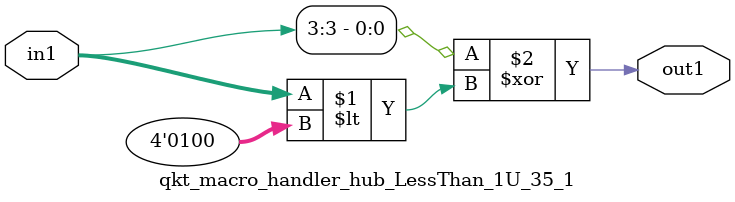
<source format=v>

`timescale 1ps / 1ps


module qkt_macro_handler_hub_LessThan_1U_35_1( in1, out1 );

    input [3:0] in1;
    output out1;

    
    // rtl_process:qkt_macro_handler_hub_LessThan_1U_35_1/qkt_macro_handler_hub_LessThan_1U_35_1_thread_1
    assign out1 = (in1[3] ^ in1 < 4'd04);

endmodule



</source>
